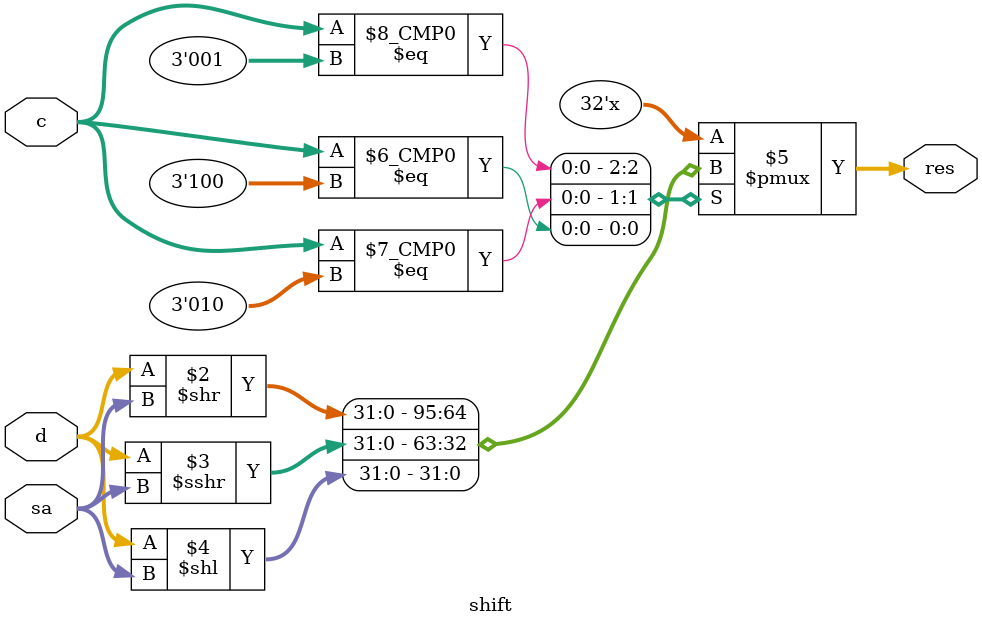
<source format=v>
`timescale 1ns / 1ps
module shift(/*AUTOARG*/
    //Inputs
    d, sa, c, 

    //Outputs
    res);
    input  [31:0]   d;
    input  [4:0]    sa;
    input  [2:0]    c;

    output reg  [31:0]   res;

    /*AUTOREG*/

    always @* begin
        case (c)
            3'b001: res <= d >> sa; //shift right logic
            3'b010: res <= $signed(d) >>> sa; // shift right arithmetic
            3'b100: res <= d << sa; // shift left logic
        endcase
    end
   
endmodule

</source>
